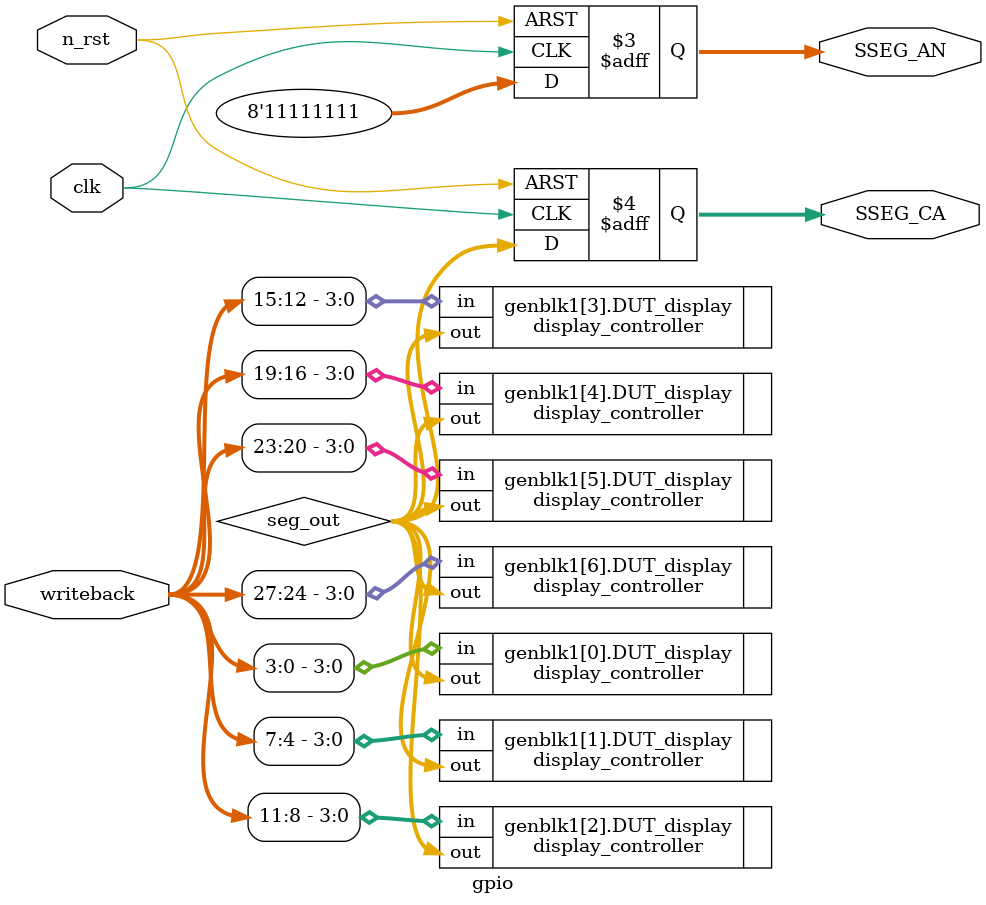
<source format=sv>
`timescale 1ns / 1ps
module gpio ( input logic clk, n_rst,
    // input logic [15:0] SW,
    input logic [31:0] writeback,
    // input logic [5:0] BTN,
    // output logic [15:0] LED,
    output logic [7:0] SSEG_AN, SSEG_CA 
);
    logic [7:0] seg_out; 
    always_ff @(posedge clk, negedge n_rst) begin
        if(!n_rst) begin
            SSEG_AN <= 8'b0;
            SSEG_CA <= 8'b0;
        end
        else begin
            SSEG_AN <= 8'hFF; //this will need to be changed to iterate through AN.
            SSEG_CA <= seg_out;
        end
    end
    // always_comb begin
    genvar i;
    generate
        for (i = 0; i < 7; i++) begin
            display_controller DUT_display (.in(writeback[4*i : 4*i+3]), .out(seg_out));
        end
    endgenerate
    // end
endmodule

</source>
